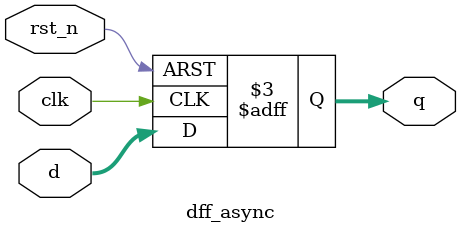
<source format=v>
module dff_async #(
    parameter WIDTH = 8
)(
    input wire clk,
    input wire rst_n,
    input wire [WIDTH-1:0] d,
    output reg [WIDTH-1:0] q
);

always @(posedge clk or negedge rst_n) begin
    if (!rst_n) begin
        q <= 0;
    end
    else begin
        q <= d;
    end
end
endmodule
</source>
